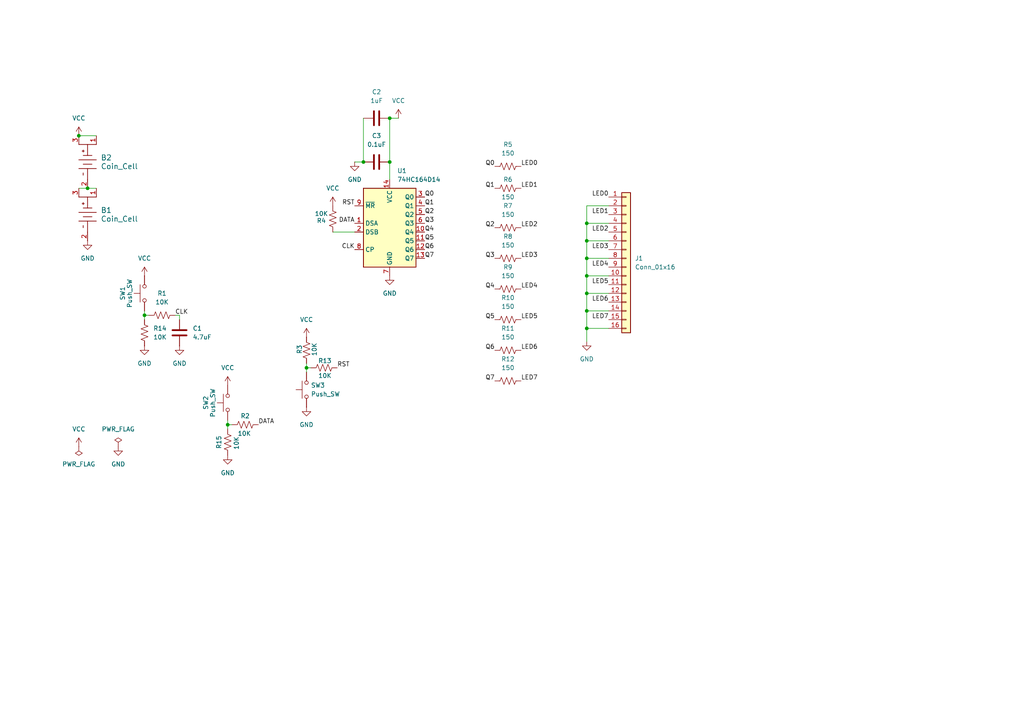
<source format=kicad_sch>
(kicad_sch (version 20231120) (generator "eeschema") (generator_version "8.0")
  (paper "A4")
  (lib_symbols
    (symbol "hello-my-name-is:74HC164D14"
      (property "Reference" "U" (at 1.905 -13.97 0))
      (property "Value" "74HC164D14" (at 2.032 -16.764 0))
      (symbol "74HC164D14_0_1"
        (rectangle (start -7.62 10.16) (end 7.62 -12.7) (stroke (width 0.254)) (fill (type background)))
      )
      (symbol "74HC164D14_1_1"
        (pin input line (at -10.16 0 0) (length 2.54) (name "DSA") (number "1"))
        (pin output line (at 10.16 -2.54 180) (length 2.54) (name "Q4") (number "10"))
        (pin output line (at 10.16 -5.08 180) (length 2.54) (name "Q5") (number "11"))
        (pin output line (at 10.16 -7.62 180) (length 2.54) (name "Q6") (number "12"))
        (pin output line (at 10.16 -10.16 180) (length 2.54) (name "Q7") (number "13"))
        (pin power_in line (at 0 12.7 270) (length 2.54) (name "VCC") (number "14"))
        (pin input line (at -10.16 -2.54 0) (length 2.54) (name "DSB") (number "2"))
        (pin output line (at 10.16 7.62 180) (length 2.54) (name "Q0") (number "3"))
        (pin output line (at 10.16 5.08 180) (length 2.54) (name "Q1") (number "4"))
        (pin output line (at 10.16 2.54 180) (length 2.54) (name "Q2") (number "5"))
        (pin output line (at 10.16 0 180) (length 2.54) (name "Q3") (number "6"))
        (pin power_in line (at 0 -15.24 90) (length 2.54) (name "GND") (number "7"))
        (pin input line (at -10.16 -7.62 0) (length 2.54) (name "CP") (number "8"))
        (pin input line (at -10.16 5.08 0) (length 2.54) (name "~{MR}") (number "9"))
      )
    )
    (symbol "hello-my-name-is:BAT-HLD-001" (pin_names (offset 0.254))
      (property "Reference" "B" (at 7.62 5.08 0))
      (property "Value" "Coin_Cell" (at 7.62 2.54 0))
      (symbol "BAT-HLD-001_0_1"
        (polyline (pts (xy 2.54 -5.08) (xy 2.54 0)) (stroke (width 0.2032)))
        (polyline (pts (xy 2.54 -2.54) (xy 5.715 -2.54)) (stroke (width 0.2032)))
        (polyline (pts (xy 4.1275 -3.81) (xy 4.7625 -3.81)) (stroke (width 0.2032)))
        (polyline (pts (xy 4.445 -4.1275) (xy 4.445 -3.4925)) (stroke (width 0.2032)))
        (polyline (pts (xy 5.715 -1.27) (xy 5.715 -3.81)) (stroke (width 0.2032)))
        (polyline (pts (xy 6.985 0) (xy 6.985 -5.08)) (stroke (width 0.2032)))
        (polyline (pts (xy 8.255 -1.27) (xy 8.255 -3.81)) (stroke (width 0.2032)))
        (polyline (pts (xy 9.525 0) (xy 9.525 -5.08)) (stroke (width 0.2032)))
        (polyline (pts (xy 10.795 -3.81) (xy 11.43 -3.81)) (stroke (width 0.2032)))
        (polyline (pts (xy 12.7 -2.54) (xy 9.525 -2.54)) (stroke (width 0.2032)))
      )
      (symbol "BAT-HLD-001_1_1"
        (pin passive line (at 0 0 0) (length 2.54) (name "") (number "1"))
        (pin passive line (at 15.24 -2.54 180) (length 2.54) (name "") (number "2"))
        (pin passive line (at 0 -5.08 0) (length 2.54) (name "") (number "3"))
      )
    )
    (symbol "hello-my-name-is:C330C105K5R5TA7301" (pin_numbers hide) (pin_names (offset 0.254))
      (property "Reference" "C" (at 0.635 2.54 0))
      (property "Value" "1uF" (at 1.016 -2.54 0))
      (symbol "C330C105K5R5TA7301_0_1"
        (polyline (pts (xy -2.032 -0.762) (xy 2.032 -0.762)) (stroke (width 0.508)))
        (polyline (pts (xy -2.032 0.762) (xy 2.032 0.762)) (stroke (width 0.508)))
      )
      (symbol "C330C105K5R5TA7301_1_1"
        (pin passive line (at 0 3.81 270) (length 2.794) (name "~") (number "1"))
        (pin passive line (at 0 -3.81 90) (length 2.794) (name "~") (number "2"))
      )
    )
    (symbol "hello-my-name-is:Conn_01x16" (pin_names (offset 1.016) hide)
      (property "Reference" "J" (at 0 20.32 0))
      (property "Value" "Conn_01x16" (at 0 -22.86 0))
      (symbol "Conn_01x16_1_1"
        (rectangle (start -1.27 -20.193) (end 0 -20.447) (stroke (width 0.1524)))
        (rectangle (start -1.27 -17.653) (end 0 -17.907) (stroke (width 0.1524)))
        (rectangle (start -1.27 -15.113) (end 0 -15.367) (stroke (width 0.1524)))
        (rectangle (start -1.27 -12.573) (end 0 -12.827) (stroke (width 0.1524)))
        (rectangle (start -1.27 -10.033) (end 0 -10.287) (stroke (width 0.1524)))
        (rectangle (start -1.27 -7.493) (end 0 -7.747) (stroke (width 0.1524)))
        (rectangle (start -1.27 -4.953) (end 0 -5.207) (stroke (width 0.1524)))
        (rectangle (start -1.27 -2.413) (end 0 -2.667) (stroke (width 0.1524)))
        (rectangle (start -1.27 0.127) (end 0 -0.127) (stroke (width 0.1524)))
        (rectangle (start -1.27 2.667) (end 0 2.413) (stroke (width 0.1524)))
        (rectangle (start -1.27 5.207) (end 0 4.953) (stroke (width 0.1524)))
        (rectangle (start -1.27 7.747) (end 0 7.493) (stroke (width 0.1524)))
        (rectangle (start -1.27 10.287) (end 0 10.033) (stroke (width 0.1524)))
        (rectangle (start -1.27 12.827) (end 0 12.573) (stroke (width 0.1524)))
        (rectangle (start -1.27 15.367) (end 0 15.113) (stroke (width 0.1524)))
        (rectangle (start -1.27 17.907) (end 0 17.653) (stroke (width 0.1524)))
        (rectangle (start -1.27 19.05) (end 1.27 -21.59) (stroke (width 0.254)) (fill (type background)))
        (pin passive line (at -5.08 17.78 0) (length 3.81) (name "Pin_1") (number "1"))
        (pin passive line (at -5.08 -5.08 0) (length 3.81) (name "Pin_10") (number "10"))
        (pin passive line (at -5.08 -7.62 0) (length 3.81) (name "Pin_11") (number "11"))
        (pin passive line (at -5.08 -10.16 0) (length 3.81) (name "Pin_12") (number "12"))
        (pin passive line (at -5.08 -12.7 0) (length 3.81) (name "Pin_13") (number "13"))
        (pin passive line (at -5.08 -15.24 0) (length 3.81) (name "Pin_14") (number "14"))
        (pin passive line (at -5.08 -17.78 0) (length 3.81) (name "Pin_15") (number "15"))
        (pin passive line (at -5.08 -20.32 0) (length 3.81) (name "Pin_16") (number "16"))
        (pin passive line (at -5.08 15.24 0) (length 3.81) (name "Pin_2") (number "2"))
        (pin passive line (at -5.08 12.7 0) (length 3.81) (name "Pin_3") (number "3"))
        (pin passive line (at -5.08 10.16 0) (length 3.81) (name "Pin_4") (number "4"))
        (pin passive line (at -5.08 7.62 0) (length 3.81) (name "Pin_5") (number "5"))
        (pin passive line (at -5.08 5.08 0) (length 3.81) (name "Pin_6") (number "6"))
        (pin passive line (at -5.08 2.54 0) (length 3.81) (name "Pin_7") (number "7"))
        (pin passive line (at -5.08 0 0) (length 3.81) (name "Pin_8") (number "8"))
        (pin passive line (at -5.08 -2.54 0) (length 3.81) (name "Pin_9") (number "9"))
      )
    )
    (symbol "hello-my-name-is:FG18X5R1E475KRT06" (pin_numbers hide) (pin_names (offset 0.254))
      (property "Reference" "C" (at 0.635 2.54 0))
      (property "Value" "4.7uF" (at 1.016 -2.54 0))
      (symbol "FG18X5R1E475KRT06_0_1"
        (polyline (pts (xy -2.032 -0.762) (xy 2.032 -0.762)) (stroke (width 0.508)))
        (polyline (pts (xy -2.032 0.762) (xy 2.032 0.762)) (stroke (width 0.508)))
      )
      (symbol "FG18X5R1E475KRT06_1_1"
        (pin passive line (at 0 3.81 270) (length 2.794) (name "~") (number "1"))
        (pin passive line (at 0 -3.81 90) (length 2.794) (name "~") (number "2"))
      )
    )
    (symbol "hello-my-name-is:K104K15X7RF5TL2" (pin_numbers hide) (pin_names (offset 0.254))
      (property "Reference" "C" (at 0.635 2.54 0))
      (property "Value" "0.1uF" (at 1.016 -2.54 0))
      (symbol "K104K15X7RF5TL2_0_1"
        (polyline (pts (xy -2.032 -0.762) (xy 2.032 -0.762)) (stroke (width 0.508)))
        (polyline (pts (xy -2.032 0.762) (xy 2.032 0.762)) (stroke (width 0.508)))
      )
      (symbol "K104K15X7RF5TL2_1_1"
        (pin passive line (at 0 3.81 270) (length 2.794) (name "~") (number "1"))
        (pin passive line (at 0 -3.81 90) (length 2.794) (name "~") (number "2"))
      )
    )
    (symbol "hello-my-name-is:MFR-25FRF52-10K" (pin_numbers hide) (pin_names (offset 0))
      (property "Reference" "R" (at 2.54 0 90))
      (property "Value" "10K" (at -2.54 0.254 90))
      (symbol "MFR-25FRF52-10K_0_1"
        (polyline (pts (xy 0 -2.286) (xy 0 -2.54)))
        (polyline (pts (xy 0 2.286) (xy 0 2.54)))
        (polyline (pts (xy 0 -0.762) (xy 1.016 -1.143) (xy 0 -1.524) (xy -1.016 -1.905) (xy 0 -2.286)))
        (polyline (pts (xy 0 0.762) (xy 1.016 0.381) (xy 0 0) (xy -1.016 -0.381) (xy 0 -0.762)))
        (polyline (pts (xy 0 2.286) (xy 1.016 1.905) (xy 0 1.524) (xy -1.016 1.143) (xy 0 0.762)))
      )
      (symbol "MFR-25FRF52-10K_1_1"
        (pin passive line (at 0 3.81 270) (length 1.27) (name "~") (number "1"))
        (pin passive line (at 0 -3.81 90) (length 1.27) (name "~") (number "2"))
      )
    )
    (symbol "hello-my-name-is:RNMF14FTC150R" (pin_numbers hide) (pin_names (offset 0))
      (property "Reference" "R" (at 2.54 0 90))
      (property "Value" "150" (at -2.54 0 90))
      (symbol "RNMF14FTC150R_0_1"
        (polyline (pts (xy 0 -2.286) (xy 0 -2.54)))
        (polyline (pts (xy 0 2.286) (xy 0 2.54)))
        (polyline (pts (xy 0 -0.762) (xy 1.016 -1.143) (xy 0 -1.524) (xy -1.016 -1.905) (xy 0 -2.286)))
        (polyline (pts (xy 0 0.762) (xy 1.016 0.381) (xy 0 0) (xy -1.016 -0.381) (xy 0 -0.762)))
        (polyline (pts (xy 0 2.286) (xy 1.016 1.905) (xy 0 1.524) (xy -1.016 1.143) (xy 0 0.762)))
      )
      (symbol "RNMF14FTC150R_1_1"
        (pin passive line (at 0 3.81 270) (length 1.27) (name "~") (number "1"))
        (pin passive line (at 0 -3.81 90) (length 1.27) (name "~") (number "2"))
      )
    )
    (symbol "hello-my-name-is:SW_Push" (pin_numbers hide) (pin_names (offset 1.016) hide)
      (property "Reference" "SW" (at 0 6.35 0))
      (property "Value" "Push_SW" (at 0 4.318 0))
      (symbol "SW_Push_0_1"
        (circle (center -2.032 0) (radius 0.508))
        (polyline (pts (xy 0 1.27) (xy 0 3.048)))
        (polyline (pts (xy 2.54 1.27) (xy -2.54 1.27)))
        (circle (center 2.032 0) (radius 0.508))
        (pin passive line (at -5.08 0 0) (length 2.54) (name "1") (number "1"))
        (pin passive line (at 5.08 0 180) (length 2.54) (name "2") (number "2"))
      )
    )
    (symbol "power:GND" (power) (pin_numbers hide) (pin_names (offset 0) hide)
      (property "Value" "GND" (at 0 -3.81 0))
      (symbol "GND_0_1"
        (polyline (pts (xy 0 0) (xy 0 -1.27) (xy 1.27 -1.27) (xy 0 -2.54) (xy -1.27 -1.27) (xy 0 -1.27)))
      )
      (symbol "GND_1_1"
        (pin power_in line (at 0 0 270) (length 0) (name "~") (number "1"))
      )
    )
    (symbol "power:PWR_FLAG" (power) (pin_numbers hide) (pin_names (offset 0) hide)
      (property "Value" "PWR_FLAG" (at 0 3.81 0))
      (symbol "PWR_FLAG_0_0"
        (pin power_out line (at 0 0 90) (length 0) (name "~") (number "1"))
      )
      (symbol "PWR_FLAG_0_1"
        (polyline (pts (xy 0 0) (xy 0 1.27) (xy -1.016 1.905) (xy 0 2.54) (xy 1.016 1.905) (xy 0 1.27)))
      )
    )
    (symbol "power:VCC" (power) (pin_numbers hide) (pin_names (offset 0) hide)
      (property "Value" "VCC" (at 0 3.556 0))
      (symbol "VCC_0_1"
        (polyline (pts (xy -0.762 1.27) (xy 0 2.54)))
        (polyline (pts (xy 0 0) (xy 0 2.54)))
        (polyline (pts (xy 0 2.54) (xy 0.762 1.27)))
      )
      (symbol "VCC_1_1"
        (pin power_in line (at 0 0 90) (length 0) (name "~") (number "1"))
      )
    )
  )
  (junction (at 66.04 123.19))
  (junction (at 170.18 95.25))
  (junction (at 170.18 69.85))
  (junction (at 22.86 39.37))
  (junction (at 170.18 74.93))
  (junction (at 170.18 90.17))
  (junction (at 105.41 46.99))
  (junction (at 170.18 85.09))
  (junction (at 113.03 34.29))
  (junction (at 25.4 54.61))
  (junction (at 113.03 46.99))
  (junction (at 170.18 64.77))
  (junction (at 41.91 91.44))
  (junction (at 88.9 106.68))
  (junction (at 170.18 80.01))
  (wire (pts (xy 66.04 121.92) (xy 66.04 123.19)))
  (wire (pts (xy 170.18 85.09) (xy 170.18 90.17)))
  (wire (pts (xy 170.18 90.17) (xy 170.18 95.25)))
  (wire (pts (xy 170.18 90.17) (xy 176.53 90.17)))
  (wire (pts (xy 41.91 90.17) (xy 41.91 91.44)))
  (wire (pts (xy 170.18 74.93) (xy 176.53 74.93)))
  (wire (pts (xy 170.18 64.77) (xy 176.53 64.77)))
  (wire (pts (xy 170.18 85.09) (xy 176.53 85.09)))
  (wire (pts (xy 25.4 54.61) (xy 27.94 54.61)))
  (wire (pts (xy 170.18 80.01) (xy 170.18 85.09)))
  (wire (pts (xy 113.03 34.29) (xy 115.57 34.29)))
  (wire (pts (xy 170.18 69.85) (xy 176.53 69.85)))
  (wire (pts (xy 66.04 123.19) (xy 66.04 124.46)))
  (wire (pts (xy 52.07 91.44) (xy 52.07 92.71)))
  (wire (pts (xy 170.18 80.01) (xy 176.53 80.01)))
  (wire (pts (xy 170.18 59.69) (xy 176.53 59.69)))
  (wire (pts (xy 22.86 39.37) (xy 27.94 39.37)))
  (wire (pts (xy 105.41 34.29) (xy 105.41 46.99)))
  (wire (pts (xy 170.18 64.77) (xy 170.18 69.85)))
  (wire (pts (xy 41.91 91.44) (xy 41.91 92.71)))
  (wire (pts (xy 50.8 91.44) (xy 52.07 91.44)))
  (wire (pts (xy 41.91 91.44) (xy 43.18 91.44)))
  (wire (pts (xy 170.18 74.93) (xy 170.18 80.01)))
  (wire (pts (xy 170.18 59.69) (xy 170.18 64.77)))
  (wire (pts (xy 113.03 46.99) (xy 113.03 52.07)))
  (wire (pts (xy 88.9 106.68) (xy 90.17 106.68)))
  (wire (pts (xy 113.03 34.29) (xy 113.03 46.99)))
  (wire (pts (xy 96.52 67.31) (xy 102.87 67.31)))
  (wire (pts (xy 88.9 106.68) (xy 88.9 107.95)))
  (wire (pts (xy 170.18 95.25) (xy 176.53 95.25)))
  (wire (pts (xy 22.86 54.61) (xy 25.4 54.61)))
  (wire (pts (xy 88.9 105.41) (xy 88.9 106.68)))
  (wire (pts (xy 170.18 95.25) (xy 170.18 99.06)))
  (wire (pts (xy 66.04 123.19) (xy 67.31 123.19)))
  (wire (pts (xy 170.18 69.85) (xy 170.18 74.93)))
  (wire (pts (xy 102.87 46.99) (xy 105.41 46.99)))
  (label "LED1" (at 151.13 54.61 0))
  (label "Q6" (at 123.19 72.39 0))
  (label "Q1" (at 123.19 59.69 0))
  (label "Q5" (at 143.51 92.71 180))
  (label "LED2" (at 176.53 67.31 180))
  (label "CLK" (at 50.8 91.44 0))
  (label "Q4" (at 123.19 67.31 0))
  (label "CLK" (at 102.87 72.39 180))
  (label "Q2" (at 143.51 66.04 180))
  (label "Q3" (at 123.19 64.77 0))
  (label "Q2" (at 123.19 62.23 0))
  (label "LED4" (at 176.53 77.47 180))
  (label "LED0" (at 176.53 57.15 180))
  (label "LED7" (at 176.53 92.71 180))
  (label "LED1" (at 176.53 62.23 180))
  (label "LED3" (at 151.13 74.93 0))
  (label "Q4" (at 143.51 83.82 180))
  (label "Q0" (at 123.19 57.15 0))
  (label "LED6" (at 151.13 101.6 0))
  (label "Q0" (at 143.51 48.26 180))
  (label "LED3" (at 176.53 72.39 180))
  (label "DATA" (at 74.93 123.19 0))
  (label "DATA" (at 102.87 64.77 180))
  (label "Q7" (at 143.51 110.49 180))
  (label "LED0" (at 151.13 48.26 0))
  (label "Q1" (at 143.51 54.61 180))
  (label "RST" (at 97.79 106.68 0))
  (label "Q7" (at 123.19 74.93 0))
  (label "LED4" (at 151.13 83.82 0))
  (label "LED2" (at 151.13 66.04 0))
  (label "Q6" (at 143.51 101.6 180))
  (label "LED5" (at 176.53 82.55 180))
  (label "Q5" (at 123.19 69.85 0))
  (label "RST" (at 102.87 59.69 180))
  (label "LED6" (at 176.53 87.63 180))
  (label "Q3" (at 143.51 74.93 180))
  (label "LED5" (at 151.13 92.71 0))
  (label "LED7" (at 151.13 110.49 0))
  (symbol (lib_id "hello-my-name-is:Conn_01x16") (at 181.61 74.93 0) (unit 1)
    (property "Reference" "J1" (at 184.15 74.9299 0) (effects (justify left)))
    (property "Value" "Conn_01x16" (at 184.15 77.4699 0) (effects (justify left)))
    (property "Footprint" "hello-my-name-is:PinSocket_1x32_P6.08mm_Vertical" (effects (hide yes)))
    (property "Description" "Generic connector, single row, 01x16, script generated (kicad-library-utils/schlib/autogen/connector/)" (effects (hide yes)))
  )
  (symbol (lib_id "hello-my-name-is:RNMF14FTC150R") (at 147.32 48.26 90) (unit 1)
    (property "Reference" "R5" (at 147.32 41.91 90))
    (property "Value" "150" (at 147.32 44.45 90))
    (property "Footprint" "hello-my-name-is:R_Axial_DIN0207_L6.3mm_D2.5mm_P10.16mm_Horizontal" (effects (hide yes)))
    (property "Datasheet" "https://www.seielect.com/catalog/sei-rnf_rnmf.pdf" (effects (hide yes)))
    (property "Description" "Resistor THT, US symbol" (effects (hide yes)))
  )
  (symbol (lib_id "power:VCC") (at 41.91 80.01 0) (unit 1)
    (property "Reference" "#PWR04" (effects (hide yes)))
    (property "Value" "VCC" (at 41.91 74.93 0))
    (property "Description" "Power symbol creates a global label with name \"VCC\"" (effects (hide yes)))
  )
  (symbol (lib_id "hello-my-name-is:K104K15X7RF5TL2") (at 109.22 46.99 270) (unit 1)
    (property "Reference" "C3" (at 109.22 39.37 90))
    (property "Value" "0.1uF" (at 109.22 41.91 90))
    (property "Footprint" "hello-my-name-is:C_Disc_D8.0mm_W2.5mm_P5.00mm" (effects (hide yes)))
    (property "Datasheet" "https://www.vishay.com/docs/45171/kseries.pdf" (effects (hide yes)))
    (property "Description" "0.1 µF ±10% 50V Ceramic Capacitor X7R Radial" (effects (hide yes)))
    (property "Link (DigiKey)" "https://www.digikey.com/en/products/detail/vishay-beyschlag-draloric-bc-components/K104K15X7RF5TL2/286538" (effects (hide yes)))
    (property "Part Number (DigiKey)" "BC1084CT-ND" (effects (hide yes)))
  )
  (symbol (lib_id "hello-my-name-is:MFR-25FRF52-10K") (at 93.98 106.68 90) (unit 1)
    (property "Reference" "R13" (at 94.234 104.648 90))
    (property "Value" "10K" (at 94.234 108.966 90))
    (property "Footprint" "hello-my-name-is:R_Axial_DIN0207_L6.3mm_D2.5mm_P10.16mm_Horizontal" (effects (hide yes)))
    (property "Datasheet" "https://www.yageo.com/upload/media/product/app/datasheet/lr/yageo-mfr_datasheet.pdf" (effects (hide yes)))
    (property "Description" "Resistor THT, US symbol" (effects (hide yes)))
  )
  (symbol (lib_id "power:VCC") (at 22.86 39.37 0) (unit 1)
    (property "Reference" "#PWR02" (effects (hide yes)))
    (property "Value" "VCC" (at 22.86 34.29 0))
    (property "Description" "Power symbol creates a global label with name \"VCC\"" (effects (hide yes)))
  )
  (symbol (lib_id "hello-my-name-is:RNMF14FTC150R") (at 147.32 74.93 90) (unit 1)
    (property "Reference" "R8" (at 147.32 68.58 90))
    (property "Value" "150" (at 147.32 71.12 90))
    (property "Footprint" "hello-my-name-is:R_Axial_DIN0207_L6.3mm_D2.5mm_P10.16mm_Horizontal" (effects (hide yes)))
    (property "Datasheet" "https://www.seielect.com/catalog/sei-rnf_rnmf.pdf" (effects (hide yes)))
    (property "Description" "Resistor THT, US symbol" (effects (hide yes)))
  )
  (symbol (lib_id "hello-my-name-is:74HC164D14") (at 113.03 64.77 0) (unit 1)
    (property "Reference" "U1" (at 115.2241 49.53 0) (effects (justify left)))
    (property "Value" "74HC164D14" (at 115.2241 52.07 0) (effects (justify left)))
    (property "Footprint" "hello-my-name-is:DIP-14_W7.62mm" (effects (hide yes)))
    (property "Datasheet" "https://www.diodes.com/assets/Datasheets/74HC164.pdf" (effects (hide yes)))
    (property "Description" "8-bit serial-in parallel-out shift register" (effects (hide yes)))
    (property "Part Number (DigiKey)" "74HC164D14DI-ND" (effects (hide yes)))
    (property "Link (DigiKey)" "https://www.digikey.com/en/products/detail/diodes-incorporated/74HC164D14/5223193" (effects (hide yes)))
  )
  (symbol (lib_id "power:VCC") (at 22.86 129.54 0) (unit 1)
    (property "Reference" "#PWR01" (effects (hide yes)))
    (property "Value" "VCC" (at 22.86 124.46 0))
    (property "Description" "Power symbol creates a global label with name \"VCC\"" (effects (hide yes)))
  )
  (symbol (lib_id "hello-my-name-is:MFR-25FRF52-10K") (at 71.12 123.19 90) (unit 1)
    (property "Reference" "R2" (at 71.12 120.65 90))
    (property "Value" "10K" (at 70.866 125.73 90))
    (property "Footprint" "hello-my-name-is:R_Axial_DIN0207_L6.3mm_D2.5mm_P10.16mm_Horizontal" (effects (hide yes)))
    (property "Datasheet" "https://www.yageo.com/upload/media/product/app/datasheet/lr/yageo-mfr_datasheet.pdf" (effects (hide yes)))
    (property "Description" "Resistor THT, US symbol" (effects (hide yes)))
  )
  (symbol (lib_id "power:VCC") (at 115.57 34.29 0) (unit 1)
    (property "Reference" "#PWR013" (effects (hide yes)))
    (property "Value" "VCC" (at 115.57 29.21 0))
    (property "Description" "Power symbol creates a global label with name \"VCC\"" (effects (hide yes)))
  )
  (symbol (lib_id "hello-my-name-is:MFR-25FRF52-10K") (at 66.04 128.27 180) (unit 1)
    (property "Reference" "R15" (at 63.5 128.27 90))
    (property "Value" "10K" (at 68.58 128.524 90))
    (property "Footprint" "hello-my-name-is:R_Axial_DIN0207_L6.3mm_D2.5mm_P10.16mm_Horizontal" (effects (hide yes)))
    (property "Datasheet" "https://www.yageo.com/upload/media/product/app/datasheet/lr/yageo-mfr_datasheet.pdf" (effects (hide yes)))
    (property "Description" "Resistor THT, US symbol" (effects (hide yes)))
  )
  (symbol (lib_id "hello-my-name-is:SW_Push") (at 66.04 116.84 90) (unit 1)
    (property "Reference" "SW2" (at 59.69 116.84 0))
    (property "Value" "Push_SW" (at 61.722 116.84 0))
    (property "Footprint" "hello-my-name-is:SW_TH_Tactile_Omron_B3F-10xx" (effects (hide yes)))
    (property "Datasheet" "https://omronfs.omron.com/en_US/ecb/products/pdf/en-b3f.pdf" (effects (hide yes)))
    (property "Description" "Tactile Switch SPST-NO Top Actuated Through Hole" (effects (hide yes)))
    (property "Link (DigiKey)" "https://www.digikey.com/en/products/detail/omron-electronics-inc-emc-div/B3F-1006/1129851" (effects (hide yes)))
    (property "Part Number (DigiKey)" "SW950-ND" (effects (hide yes)))
  )
  (symbol (lib_id "hello-my-name-is:BAT-HLD-001") (at 27.94 39.37 270) (unit 1)
    (property "Reference" "B2" (at 29.21 45.7199 90) (effects (font (size 1.524 1.524)) (justify left)))
    (property "Value" "Coin_Cell" (at 29.21 48.2599 90) (effects (font (size 1.524 1.524)) (justify left)))
    (property "Footprint" "hello-my-name-is:BATT_HLDR_LNX" (effects (hide yes)))
    (property "Datasheet" "https://www.te.com/commerce/DocumentDelivery/DDEController?Action=srchrtrv&DocNm=C-BAT-HLD-001-xx&DocType=Customer+Drawing&DocLang=English&DocFormat=pdf&PartCntxt=BAT-HLD-001" (effects (hide yes)))
    (property "Description" "Battery Retainer Coin, 20.0mm 1 Cell SMD (SMT) Tab" (effects (hide yes)))
    (property "Link (DigiKey)" "https://www.digikey.com/en/products/detail/te-connectivity-linx/BAT-HLD-001/1577235?_gl=1*1a8ph07*_up*MQ..&gclid=Cj0KCQjwiYOxBhC5ARIsAIvdH51PyPpBauxzV2npGjwXDWzwpCPznYt1lYU9AqzevMPGg9OQd7wszzIaAs0-EALw_wcB" (effects (hide yes)))
    (property "Part Number (DigiKey)" "BAT-HLD-001-ND" (effects (hide yes)))
  )
  (symbol (lib_id "hello-my-name-is:RNMF14FTC150R") (at 147.32 54.61 90) (unit 1)
    (property "Reference" "R6" (at 147.32 52.07 90))
    (property "Value" "150" (at 147.32 57.15 90))
    (property "Footprint" "hello-my-name-is:R_Axial_DIN0207_L6.3mm_D2.5mm_P10.16mm_Horizontal" (effects (hide yes)))
    (property "Datasheet" "https://www.seielect.com/catalog/sei-rnf_rnmf.pdf" (effects (hide yes)))
    (property "Description" "Resistor THT, US symbol" (effects (hide yes)))
  )
  (symbol (lib_id "hello-my-name-is:SW_Push") (at 41.91 85.09 90) (unit 1)
    (property "Reference" "SW1" (at 35.56 85.09 0))
    (property "Value" "Push_SW" (at 37.592 85.09 0))
    (property "Footprint" "hello-my-name-is:SW_TH_Tactile_Omron_B3F-10xx" (effects (hide yes)))
    (property "Datasheet" "https://omronfs.omron.com/en_US/ecb/products/pdf/en-b3f.pdf" (effects (hide yes)))
    (property "Description" "Tactile Switch SPST-NO Top Actuated Through Hole" (effects (hide yes)))
    (property "Link (DigiKey)" "https://www.digikey.com/en/products/detail/omron-electronics-inc-emc-div/B3F-1006/1129851" (effects (hide yes)))
    (property "Part Number (DigiKey)" "SW950-ND" (effects (hide yes)))
  )
  (symbol (lib_id "hello-my-name-is:MFR-25FRF52-10K") (at 41.91 96.52 180) (unit 1)
    (property "Reference" "R14" (at 44.45 95.2499 0) (effects (justify right)))
    (property "Value" "10K" (at 44.45 97.7899 0) (effects (justify right)))
    (property "Footprint" "hello-my-name-is:R_Axial_DIN0207_L6.3mm_D2.5mm_P10.16mm_Horizontal" (effects (hide yes)))
    (property "Datasheet" "https://www.yageo.com/upload/media/product/app/datasheet/lr/yageo-mfr_datasheet.pdf" (effects (hide yes)))
    (property "Description" "Resistor THT, US symbol" (effects (hide yes)))
  )
  (symbol (lib_id "power:GND") (at 25.4 69.85 0) (unit 1)
    (property "Reference" "#PWR03" (effects (hide yes)))
    (property "Value" "GND" (at 25.4 74.93 0))
    (property "Description" "Power symbol creates a global label with name \"GND\" , ground" (effects (hide yes)))
  )
  (symbol (lib_id "power:GND") (at 113.03 80.01 0) (unit 1)
    (property "Reference" "#PWR012" (effects (hide yes)))
    (property "Value" "GND" (at 113.03 85.09 0))
    (property "Description" "Power symbol creates a global label with name \"GND\" , ground" (effects (hide yes)))
  )
  (symbol (lib_id "hello-my-name-is:MFR-25FRF52-10K") (at 46.99 91.44 90) (unit 1)
    (property "Reference" "R1" (at 46.99 85.09 90))
    (property "Value" "10K" (at 46.99 87.63 90))
    (property "Footprint" "hello-my-name-is:R_Axial_DIN0207_L6.3mm_D2.5mm_P10.16mm_Horizontal" (effects (hide yes)))
    (property "Datasheet" "https://www.yageo.com/upload/media/product/app/datasheet/lr/yageo-mfr_datasheet.pdf" (effects (hide yes)))
    (property "Description" "Resistor THT, US symbol" (effects (hide yes)))
  )
  (symbol (lib_id "power:PWR_FLAG") (at 22.86 129.54 180) (unit 1)
    (property "Reference" "#FLG01" (effects (hide yes)))
    (property "Value" "PWR_FLAG" (at 22.86 134.62 0))
    (property "Description" "Special symbol for telling ERC where power comes from" (effects (hide yes)))
  )
  (symbol (lib_id "hello-my-name-is:C330C105K5R5TA7301") (at 109.22 34.29 90) (unit 1)
    (property "Reference" "C2" (at 109.22 26.67 90))
    (property "Value" "1uF" (at 109.22 29.21 90))
    (property "Footprint" "hello-my-name-is:C_Disc_D8.0mm_W2.5mm_P5.00mm" (effects (hide yes)))
    (property "Datasheet" "https://content.kemet.com/datasheets/KEM_C1050_GOLDMAX_X7R.pdf" (effects (hide yes)))
    (property "Description" "1 µF ±10% 50V Ceramic Capacitor X7R Radial" (effects (hide yes)))
    (property "Link (DigiKey)" "https://www.digikey.com/en/products/detail/kemet/C330C105K5R5TA7301/3726162" (effects (hide yes)))
    (property "Part Number (DigiKey)" "445-173255-1-ND" (effects (hide yes)))
  )
  (symbol (lib_id "hello-my-name-is:MFR-25FRF52-10K") (at 96.52 63.5 0) (unit 1)
    (property "Reference" "R4" (at 93.218 64.008 0))
    (property "Value" "10K" (at 93.218 61.976 0))
    (property "Footprint" "hello-my-name-is:R_Axial_DIN0207_L6.3mm_D2.5mm_P10.16mm_Horizontal" (effects (hide yes)))
    (property "Datasheet" "https://www.yageo.com/upload/media/product/app/datasheet/lr/yageo-mfr_datasheet.pdf" (effects (hide yes)))
    (property "Description" "Resistor THT, US symbol" (effects (hide yes)))
  )
  (symbol (lib_id "power:VCC") (at 88.9 97.79 0) (unit 1)
    (property "Reference" "#PWR09" (effects (hide yes)))
    (property "Value" "VCC" (at 88.9 92.71 0))
    (property "Description" "Power symbol creates a global label with name \"VCC\"" (effects (hide yes)))
  )
  (symbol (lib_id "hello-my-name-is:RNMF14FTC150R") (at 147.32 83.82 90) (unit 1)
    (property "Reference" "R9" (at 147.32 77.47 90))
    (property "Value" "150" (at 147.32 80.01 90))
    (property "Footprint" "hello-my-name-is:R_Axial_DIN0207_L6.3mm_D2.5mm_P10.16mm_Horizontal" (effects (hide yes)))
    (property "Datasheet" "https://www.seielect.com/catalog/sei-rnf_rnmf.pdf" (effects (hide yes)))
    (property "Description" "Resistor THT, US symbol" (effects (hide yes)))
  )
  (symbol (lib_id "hello-my-name-is:SW_Push") (at 88.9 113.03 90) (unit 1)
    (property "Reference" "SW3" (at 90.17 111.7599 90) (effects (justify right)))
    (property "Value" "Push_SW" (at 90.17 114.2999 90) (effects (justify right)))
    (property "Footprint" "hello-my-name-is:SW_TH_Tactile_Omron_B3F-10xx" (effects (hide yes)))
    (property "Datasheet" "https://omronfs.omron.com/en_US/ecb/products/pdf/en-b3f.pdf" (effects (hide yes)))
    (property "Description" "Tactile Switch SPST-NO Top Actuated Through Hole" (effects (hide yes)))
    (property "Link (DigiKey)" "https://www.digikey.com/en/products/detail/omron-electronics-inc-emc-div/B3F-1006/1129851" (effects (hide yes)))
    (property "Part Number (DigiKey)" "SW950-ND" (effects (hide yes)))
  )
  (symbol (lib_id "power:PWR_FLAG") (at 34.29 129.54 0) (unit 1)
    (property "Reference" "#FLG02" (effects (hide yes)))
    (property "Value" "PWR_FLAG" (at 34.29 124.46 0))
    (property "Description" "Special symbol for telling ERC where power comes from" (effects (hide yes)))
  )
  (symbol (lib_id "hello-my-name-is:RNMF14FTC150R") (at 147.32 101.6 90) (unit 1)
    (property "Reference" "R11" (at 147.32 95.25 90))
    (property "Value" "150" (at 147.32 97.79 90))
    (property "Footprint" "hello-my-name-is:R_Axial_DIN0207_L6.3mm_D2.5mm_P10.16mm_Horizontal" (effects (hide yes)))
    (property "Datasheet" "https://www.seielect.com/catalog/sei-rnf_rnmf.pdf" (effects (hide yes)))
    (property "Description" "Resistor THT, US symbol" (effects (hide yes)))
  )
  (symbol (lib_id "power:GND") (at 102.87 46.99 0) (unit 1)
    (property "Reference" "#PWR011" (effects (hide yes)))
    (property "Value" "GND" (at 102.87 52.07 0))
    (property "Description" "Power symbol creates a global label with name \"GND\" , ground" (effects (hide yes)))
  )
  (symbol (lib_id "hello-my-name-is:FG18X5R1E475KRT06") (at 52.07 96.52 0) (unit 1)
    (property "Reference" "C1" (at 55.88 95.2499 0) (effects (justify left)))
    (property "Value" "4.7uF" (at 55.88 97.7899 0) (effects (justify left)))
    (property "Footprint" "hello-my-name-is:C_Disc_D8.0mm_W2.5mm_P5.00mm" (effects (hide yes)))
    (property "Datasheet" "https://product.tdk.com/en/system/files?file=dam/doc/product/capacitor/ceramic/lead-mlcc/catalog/leadmlcc_halogenfree_fg_en.pdf" (effects (hide yes)))
    (property "Description" "4.7 µF ±10% 25V Ceramic Capacitor X5R Radial" (effects (hide yes)))
    (property "Link (DigiKey)" "https://www.digikey.com/en/products/detail/tdk-corporation/FG18X5R1E475KRT06/5802869" (effects (hide yes)))
    (property "Part Number (DigiKey)" "445-173255-1-ND" (effects (hide yes)))
  )
  (symbol (lib_id "hello-my-name-is:MFR-25FRF52-10K") (at 88.9 101.6 180) (unit 1)
    (property "Reference" "R3" (at 86.868 101.346 90))
    (property "Value" "10K" (at 91.186 101.346 90))
    (property "Footprint" "hello-my-name-is:R_Axial_DIN0207_L6.3mm_D2.5mm_P10.16mm_Horizontal" (effects (hide yes)))
    (property "Datasheet" "https://www.yageo.com/upload/media/product/app/datasheet/lr/yageo-mfr_datasheet.pdf" (effects (hide yes)))
    (property "Description" "Resistor THT, US symbol" (effects (hide yes)))
  )
  (symbol (lib_id "hello-my-name-is:RNMF14FTC150R") (at 147.32 92.71 90) (unit 1)
    (property "Reference" "R10" (at 147.32 86.36 90))
    (property "Value" "150" (at 147.32 88.9 90))
    (property "Footprint" "hello-my-name-is:R_Axial_DIN0207_L6.3mm_D2.5mm_P10.16mm_Horizontal" (effects (hide yes)))
    (property "Datasheet" "https://www.seielect.com/catalog/sei-rnf_rnmf.pdf" (effects (hide yes)))
    (property "Description" "Resistor THT, US symbol" (effects (hide yes)))
  )
  (symbol (lib_id "power:GND") (at 66.04 132.08 0) (unit 1)
    (property "Reference" "#PWR016" (effects (hide yes)))
    (property "Value" "GND" (at 66.04 137.16 0))
    (property "Description" "Power symbol creates a global label with name \"GND\" , ground" (effects (hide yes)))
  )
  (symbol (lib_id "power:GND") (at 88.9 118.11 0) (unit 1)
    (property "Reference" "#PWR08" (effects (hide yes)))
    (property "Value" "GND" (at 88.9 123.19 0))
    (property "Description" "Power symbol creates a global label with name \"GND\" , ground" (effects (hide yes)))
  )
  (symbol (lib_id "power:VCC") (at 66.04 111.76 0) (unit 1)
    (property "Reference" "#PWR05" (effects (hide yes)))
    (property "Value" "VCC" (at 66.04 106.68 0))
    (property "Description" "Power symbol creates a global label with name \"VCC\"" (effects (hide yes)))
  )
  (symbol (lib_id "power:GND") (at 34.29 129.54 0) (unit 1)
    (property "Reference" "#PWR06" (effects (hide yes)))
    (property "Value" "GND" (at 34.29 134.62 0))
    (property "Description" "Power symbol creates a global label with name \"GND\" , ground" (effects (hide yes)))
  )
  (symbol (lib_id "hello-my-name-is:BAT-HLD-001") (at 27.94 54.61 270) (unit 1)
    (property "Reference" "B1" (at 29.21 60.9599 90) (effects (font (size 1.524 1.524)) (justify left)))
    (property "Value" "Coin_Cell" (at 29.21 63.4999 90) (effects (font (size 1.524 1.524)) (justify left)))
    (property "Footprint" "hello-my-name-is:BATT_HLDR_LNX" (effects (hide yes)))
    (property "Datasheet" "https://www.te.com/commerce/DocumentDelivery/DDEController?Action=srchrtrv&DocNm=C-BAT-HLD-001-xx&DocType=Customer+Drawing&DocLang=English&DocFormat=pdf&PartCntxt=BAT-HLD-001" (effects (hide yes)))
    (property "Description" "Battery Retainer Coin, 20.0mm 1 Cell SMD (SMT) Tab" (effects (hide yes)))
    (property "Link (DigiKey)" "https://www.digikey.com/en/products/detail/te-connectivity-linx/BAT-HLD-001/1577235?_gl=1*1a8ph07*_up*MQ..&gclid=Cj0KCQjwiYOxBhC5ARIsAIvdH51PyPpBauxzV2npGjwXDWzwpCPznYt1lYU9AqzevMPGg9OQd7wszzIaAs0-EALw_wcB" (effects (hide yes)))
    (property "Part Number (DigiKey)" "BAT-HLD-001-ND" (effects (hide yes)))
  )
  (symbol (lib_id "power:GND") (at 170.18 99.06 0) (unit 1)
    (property "Reference" "#PWR014" (effects (hide yes)))
    (property "Value" "GND" (at 170.18 104.14 0))
    (property "Description" "Power symbol creates a global label with name \"GND\" , ground" (effects (hide yes)))
  )
  (symbol (lib_id "power:VCC") (at 96.52 59.69 0) (unit 1)
    (property "Reference" "#PWR010" (effects (hide yes)))
    (property "Value" "VCC" (at 96.52 54.61 0))
    (property "Description" "Power symbol creates a global label with name \"VCC\"" (effects (hide yes)))
  )
  (symbol (lib_id "power:GND") (at 41.91 100.33 0) (unit 1)
    (property "Reference" "#PWR015" (effects (hide yes)))
    (property "Value" "GND" (at 41.91 105.41 0))
    (property "Description" "Power symbol creates a global label with name \"GND\" , ground" (effects (hide yes)))
  )
  (symbol (lib_id "power:GND") (at 52.07 100.33 0) (unit 1)
    (property "Reference" "#PWR07" (effects (hide yes)))
    (property "Value" "GND" (at 52.07 105.41 0))
    (property "Description" "Power symbol creates a global label with name \"GND\" , ground" (effects (hide yes)))
  )
  (symbol (lib_id "hello-my-name-is:RNMF14FTC150R") (at 147.32 66.04 90) (unit 1)
    (property "Reference" "R7" (at 147.32 59.69 90))
    (property "Value" "150" (at 147.32 62.23 90))
    (property "Footprint" "hello-my-name-is:R_Axial_DIN0207_L6.3mm_D2.5mm_P10.16mm_Horizontal" (effects (hide yes)))
    (property "Datasheet" "https://www.seielect.com/catalog/sei-rnf_rnmf.pdf" (effects (hide yes)))
    (property "Description" "Resistor THT, US symbol" (effects (hide yes)))
  )
  (symbol (lib_id "hello-my-name-is:RNMF14FTC150R") (at 147.32 110.49 270) (unit 1)
    (property "Reference" "R12" (at 147.32 104.14 90))
    (property "Value" "150" (at 147.32 106.68 90))
    (property "Footprint" "hello-my-name-is:R_Axial_DIN0207_L6.3mm_D2.5mm_P10.16mm_Horizontal" (effects (hide yes)))
    (property "Datasheet" "https://www.seielect.com/catalog/sei-rnf_rnmf.pdf" (effects (hide yes)))
    (property "Description" "Resistor THT, US symbol" (effects (hide yes)))
  )
)
</source>
